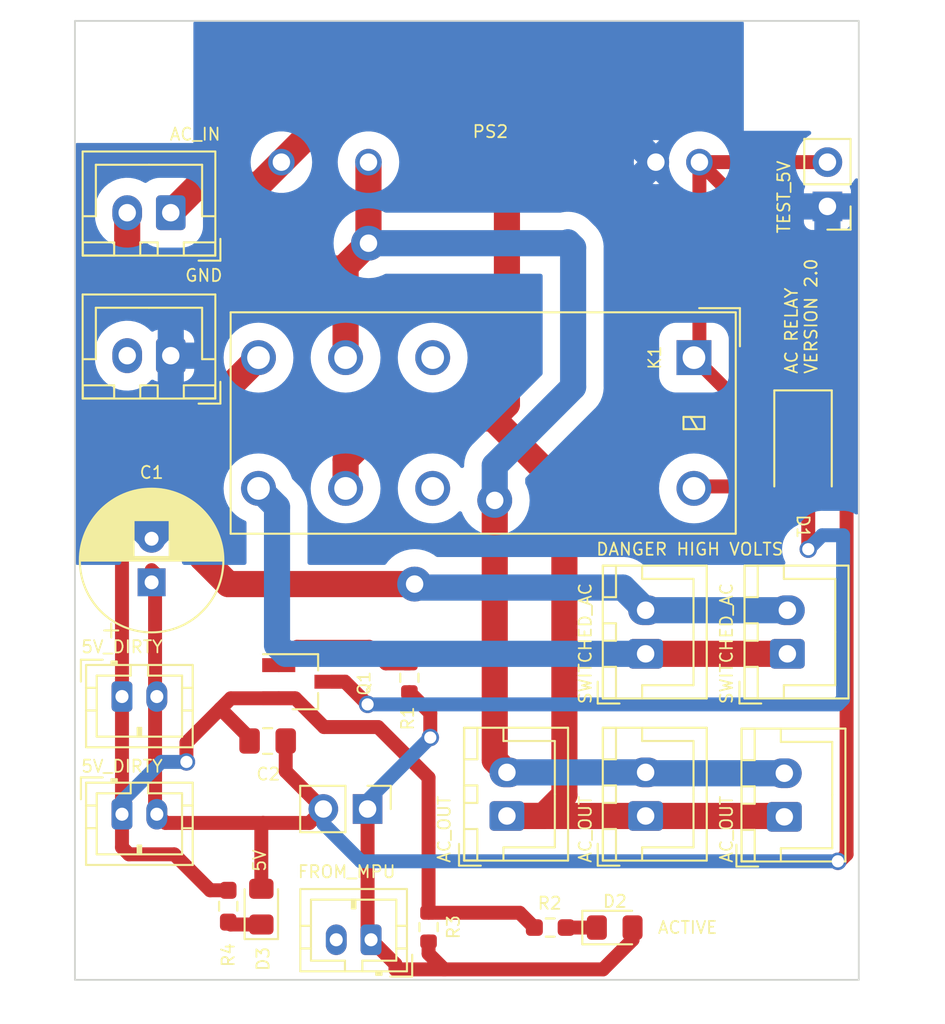
<source format=kicad_pcb>
(kicad_pcb (version 20221018) (generator pcbnew)
  (layers (0 "F.Cu" signal) (31 "B.Cu" signal) (34 "B.Paste" user) (35 "F.Paste" user) (36 "B.SilkS" user "B.Silkscreen") (37 "F.SilkS" user "F.Silkscreen") (38 "B.Mask" user) (39 "F.Mask" user) (44 "Edge.Cuts" user))
  (net 0 "")
  (net 1 "AC1")
  (net 2 "AC2")
  (net 3 "Net-(D3-K)")
  (net 4 "5V")
  (net 5 "Net-(D1-A)")
  (net 6 "Net-(D2-K)")
  (net 7 "ACTIVATE")
  (net 8 "AC1OUT")
  (net 9 "AC2OUT")
  (net 11 "Net-(Q1-B)")
  (net 14 "PGND")
  (footprint "Capacitor_SMD:C_0805_2012Metric_Pad1.18x1.45mm_HandSolder" (layer "F.Cu") (at 152.0625 122.3)
    (fp_text reference "C2" (at 0.0375 1.9 unlocked) (layer "F.SilkS") (effects (font (size 0.7 0.7) (thickness 0.1))))
    (fp_text value "0.1u")
    (pad "1" smd roundrect (at -1.0375 0) (size 1.175 1.45) (layers "F.Cu" "F.Paste" "F.Mask") (roundrect_rratio 0.212766) (net 14 "PGND"))
    (pad "2" smd roundrect (at 1.0375 0) (size 1.175 1.45) (layers "F.Cu" "F.Paste" "F.Mask") (roundrect_rratio 0.212766) (net 4 "5V"))
  )
  (footprint "MountingHole:MountingHole_3.2mm_M3" (layer "F.Cu") (at 183.5 133.5)
    (fp_text reference "H1" hide)
    (fp_text value "MountingHole")
    (pad "" np_thru_hole circle (at 0 0) (size 3.2 3.2) (drill 3.2) (layers "*.Cu" "*.Mask"))
  )
  (footprint "Connector_JST:JST_XH_B2B-XH-A_1x02_P2.50mm_Vertical" (layer "F.Cu") (at 146.5 100.2 180)
    (fp_text reference "J8" hide)
    (fp_text value "Screw_Terminal_01x02")
    (pad "1" thru_hole roundrect (at 0 0 180) (size 1.7 2) (drill 1) (layers "*.Cu" "*.Mask") (roundrect_rratio 0.147059) (net 14 "PGND"))
    (pad "2" thru_hole oval (at 2.5 0 180) (size 1.7 2) (drill 1) (layers "*.Cu" "*.Mask"))
  )
  (footprint "Resistor_SMD:R_0603_1608Metric" (layer "F.Cu") (at 161.3 132.975 -90)
    (fp_text reference "R3" (at 0 -1.43 90 unlocked) (layer "F.SilkS") (effects (font (size 0.7 0.7) (thickness 0.1))))
    (fp_text value "1K")
    (pad "1" smd roundrect (at -0.825 0 270) (size 0.8 0.95) (layers "F.Cu" "F.Paste" "F.Mask") (net 14 "PGND"))
    (pad "2" smd roundrect (at 0.825 0 270) (size 0.8 0.95) (layers "F.Cu" "F.Paste" "F.Mask") (net 7 "ACTIVATE"))
  )
  (footprint "Connector_JST:JST_PH_B2B-PH-K_1x02_P2.00mm_Vertical" (layer "F.Cu") (at 143.7 126.5)
    (fp_text reference "J10" hide)
    (fp_text value "Conn_01x02_Male")
    (pad "1" thru_hole roundrect (at 0 0) (size 1.2 1.75) (drill 0.75) (layers "*.Cu" "*.Mask") (roundrect_rratio 0.208333) (net 14 "PGND"))
    (pad "2" thru_hole oval (at 2 0) (size 1.2 1.75) (drill 0.75) (layers "*.Cu" "*.Mask") (net 4 "5V"))
  )
  (footprint "Connector_JST:JST_XH_B2B-XH-A_1x02_P2.50mm_Vertical" (layer "F.Cu") (at 146.5 92 180)
    (fp_text reference "J6" hide)
    (fp_text value "Screw_Terminal_01x02")
    (pad "1" thru_hole roundrect (at 0 0 180) (size 1.7 2) (drill 1) (layers "*.Cu" "*.Mask") (roundrect_rratio 0.1470588235) (net 1 "AC1"))
    (pad "2" thru_hole oval (at 2.5 0 180) (size 1.7 2) (drill 1) (layers "*.Cu" "*.Mask") (net 2 "AC2"))
  )
  (footprint "Diode_SMD:D_SMA" (layer "F.Cu") (at 182.8 105.7 -90)
    (fp_text reference "D1" (at 4.3 0 -90 unlocked) (layer "F.SilkS") (effects (font (size 0.7 0.7) (thickness 0.1))))
    (fp_text value "1N4001")
    (pad "1" smd roundrect (at -2 0 270) (size 2.5 1.8) (layers "F.Cu" "F.Paste" "F.Mask") (roundrect_rratio 0.1388888889) (net 4 "5V"))
    (pad "2" smd roundrect (at 2 0 270) (size 2.5 1.8) (layers "F.Cu" "F.Paste" "F.Mask") (roundrect_rratio 0.1388888889) (net 5 "Net-(D1-A)"))
  )
  (footprint "Resistor_SMD:R_0603_1608Metric_Pad0.98x0.95mm_HandSolder" (layer "F.Cu") (at 149.8 131.775 90)
    (fp_text reference "R4" (at -2.8 0 90 unlocked) (layer "F.SilkS") (effects (font (size 0.7 0.7) (thickness 0.1))))
    (fp_text value "1K")
    (pad "1" smd roundrect (at -0.9125 0 90) (size 0.975 0.95) (layers "F.Cu" "F.Paste" "F.Mask") (net 3 "Net-(D3-K)"))
    (pad "2" smd roundrect (at 0.9125 0 90) (size 0.975 0.95) (layers "F.Cu" "F.Paste" "F.Mask") (net 14 "PGND"))
  )
  (footprint "MountingHole:MountingHole_3.2mm_M3" (layer "F.Cu") (at 183.5 83.5)
    (fp_text reference "H2" hide)
    (fp_text value "MountingHole")
    (pad "" np_thru_hole circle (at 0 0) (size 3.2 3.2) (drill 3.2) (layers "*.Cu" "*.Mask"))
  )
  (footprint "Connector_JST:JST_XH_B2B-XH-A_1x02_P2.50mm_Vertical" (layer "F.Cu") (at 181.9 117.3 90)
    (fp_text reference "J3" hide)
    (fp_text value "Screw_Terminal_01x02")
    (pad "1" thru_hole roundrect (at 0 0 90) (size 1.7 2) (drill 1) (layers "*.Cu" "*.Mask") (roundrect_rratio 0.1470588235) (net 9 "AC2OUT"))
    (pad "2" thru_hole oval (at 2.5 0 90) (size 1.7 2) (drill 1) (layers "*.Cu" "*.Mask") (net 8 "AC1OUT"))
  )
  (footprint "Connector_JST:JST_PH_B2B-PH-K_1x02_P2.00mm_Vertical" (layer "F.Cu") (at 143.7 119.75)
    (fp_text reference "J4" hide)
    (fp_text value "Conn_01x02_Male")
    (pad "1" thru_hole roundrect (at 0 0) (size 1.2 1.75) (drill 0.75) (layers "*.Cu" "*.Mask") (roundrect_rratio 0.208333) (net 14 "PGND"))
    (pad "2" thru_hole oval (at 2 0) (size 1.2 1.75) (drill 0.75) (layers "*.Cu" "*.Mask") (net 4 "5V"))
  )
  (footprint "MountingHole:MountingHole_3.2mm_M3" (layer "F.Cu") (at 143.5 83.5)
    (fp_text reference "H4" hide)
    (fp_text value "MountingHole")
    (pad "" np_thru_hole circle (at 0 0) (size 3.2 3.2) (drill 3.2) (layers "*.Cu" "*.Mask"))
  )
  (footprint "Diode_SMD:D_0805_2012Metric_Pad1.15x1.40mm_HandSolder" (layer "F.Cu") (at 151.7 131.8 90)
    (fp_text reference "D3" (at -3 0.1 90 unlocked) (layer "F.SilkS") (effects (font (size 0.7 0.7) (thickness 0.1))))
    (fp_text value "BLUE")
    (pad "1" smd roundrect (at -1.025 0 90) (size 1.15 1.4) (layers "F.Cu" "F.Paste" "F.Mask") (roundrect_rratio 0.217391) (net 3 "Net-(D3-K)"))
    (pad "2" smd roundrect (at 1.025 0 90) (size 1.15 1.4) (layers "F.Cu" "F.Paste" "F.Mask") (roundrect_rratio 0.217391) (net 4 "5V"))
  )
  (footprint "Connector_JST:JST_XH_B2B-XH-A_1x02_P2.50mm_Vertical" (layer "F.Cu") (at 181.725 126.65 90)
    (fp_text reference "J5" hide)
    (fp_text value "Screw_Terminal_01x02")
    (pad "1" thru_hole roundrect (at 0 0 90) (size 1.7 2) (drill 1) (layers "*.Cu" "*.Mask") (roundrect_rratio 0.1470588235) (net 1 "AC1"))
    (pad "2" thru_hole oval (at 2.5 0 90) (size 1.7 2) (drill 1) (layers "*.Cu" "*.Mask") (net 2 "AC2"))
  )
  (footprint "Connector_PinHeader_2.54mm:PinHeader_1x02_P2.54mm_Vertical" (layer "F.Cu") (at 157.8 126.2 -90)
    (fp_text reference "J2" hide)
    (fp_text value "Conn_01x02_Male")
    (pad "1" thru_hole rect (at 0 0 270) (size 1.7 1.7) (drill 1) (layers "*.Cu" "*.Mask") (net 7 "ACTIVATE"))
    (pad "2" thru_hole oval (at 0 2.54 270) (size 1.7 1.7) (drill 1) (layers "*.Cu" "*.Mask") (net 4 "5V"))
  )
  (footprint "Package_TO_SOT_SMD:SOT-23_Handsoldering" (layer "F.Cu") (at 154.2 118.9)
    (fp_text reference "Q1" (at 3.4 0.1 90 unlocked) (layer "F.SilkS") (effects (font (size 0.7 0.7) (thickness 0.1))))
    (fp_text value "2SC1945")
    (pad "1" smd rect (at -1.5 -0.95) (size 1.9 0.8) (layers "F.Cu" "F.Paste" "F.Mask") (net 11 "Net-(Q1-B)"))
    (pad "2" smd rect (at -1.5 0.95) (size 1.9 0.8) (layers "F.Cu" "F.Paste" "F.Mask") (net 14 "PGND"))
    (pad "3" smd rect (at 1.5 0) (size 1.9 0.8) (layers "F.Cu" "F.Paste" "F.Mask") (net 5 "Net-(D1-A)"))
  )
  (footprint "Connector_PinHeader_2.54mm:PinHeader_1x02_P2.54mm_Vertical" (layer "F.Cu") (at 184.2 91.64 180)
    (fp_text reference "J12" hide)
    (fp_text value "Conn_01x02_Male")
    (pad "1" thru_hole rect (at 0 0 180) (size 1.7 1.7) (drill 1) (layers "*.Cu" "*.Mask") (net 14 "PGND"))
    (pad "2" thru_hole oval (at 0 2.54 180) (size 1.7 1.7) (drill 1) (layers "*.Cu" "*.Mask") (net 4 "5V"))
  )
  (footprint "Diode_SMD:D_0805_2012Metric_Pad1.15x1.40mm_HandSolder" (layer "F.Cu") (at 171.9875 133)
    (fp_text reference "D2" (at 0.0125 -1.5 unlocked) (layer "F.SilkS") (effects (font (size 0.7 0.7) (thickness 0.1))))
    (fp_text value "YELLOW")
    (pad "1" smd roundrect (at -1.025 0) (size 1.15 1.4) (layers "F.Cu" "F.Paste" "F.Mask") (roundrect_rratio 0.2173913043) (net 6 "Net-(D2-K)"))
    (pad "2" smd roundrect (at 1.025 0) (size 1.15 1.4) (layers "F.Cu" "F.Paste" "F.Mask") (roundrect_rratio 0.2173913043) (net 7 "ACTIVATE"))
  )
  (footprint "Connector_JST:JST_XH_B2B-XH-A_1x02_P2.50mm_Vertical" (layer "F.Cu") (at 165.8 126.6 90)
    (fp_text reference "J9" hide)
    (fp_text value "Screw_Terminal_01x02")
    (pad "1" thru_hole roundrect (at 0 0 90) (size 1.7 2) (drill 1) (layers "*.Cu" "*.Mask") (roundrect_rratio 0.147059) (net 1 "AC1"))
    (pad "2" thru_hole oval (at 2.5 0 90) (size 1.7 2) (drill 1) (layers "*.Cu" "*.Mask") (net 2 "AC2"))
  )
  (footprint "Resistor_SMD:R_0603_1608Metric_Pad0.98x0.95mm_HandSolder" (layer "F.Cu") (at 168.2875 133 180)
    (fp_text reference "R2" (at 0.033891 1.393393 unlocked) (layer "F.SilkS") (effects (font (size 0.7 0.7) (thickness 0.1))))
    (fp_text value "1K")
    (pad "1" smd roundrect (at -0.9125 0 180) (size 0.975 0.95) (layers "F.Cu" "F.Paste" "F.Mask") (net 6 "Net-(D2-K)"))
    (pad "2" smd roundrect (at 0.9125 0 180) (size 0.975 0.95) (layers "F.Cu" "F.Paste" "F.Mask") (net 14 "PGND"))
  )
  (footprint "Connector_JST:JST_XH_B2B-XH-A_1x02_P2.50mm_Vertical" (layer "F.Cu") (at 173.7625 126.6 90)
    (fp_text reference "J7" hide)
    (fp_text value "Screw_Terminal_01x02")
    (pad "1" thru_hole roundrect (at 0 0 90) (size 1.7 2) (drill 1) (layers "*.Cu" "*.Mask") (roundrect_rratio 0.1470588235) (net 1 "AC1"))
    (pad "2" thru_hole oval (at 2.5 0 90) (size 1.7 2) (drill 1) (layers "*.Cu" "*.Mask") (net 2 "AC2"))
  )
  (footprint "Connector_JST:JST_XH_B2B-XH-A_1x02_P2.50mm_Vertical" (layer "F.Cu") (at 173.7625 117.3 90)
    (fp_text reference "J11" hide)
    (fp_text value "Screw_Terminal_01x02")
    (pad "1" thru_hole roundrect (at 0 0 90) (size 1.7 2) (drill 1) (layers "*.Cu" "*.Mask") (roundrect_rratio 0.147059) (net 9 "AC2OUT"))
    (pad "2" thru_hole oval (at 2.5 0 90) (size 1.7 2) (drill 1) (layers "*.Cu" "*.Mask") (net 8 "AC1OUT"))
  )
  (footprint "Connector_JST:JST_PH_B2B-PH-K_1x02_P2.00mm_Vertical" (layer "F.Cu") (at 158 133.7 180)
    (fp_text reference "J1" hide)
    (fp_text value "Conn_01x02_Male")
    (pad "1" thru_hole roundrect (at 0 0 180) (size 1.2 1.75) (drill 0.75) (layers "*.Cu" "*.Mask") (roundrect_rratio 0.2083333333) (net 7 "ACTIVATE"))
    (pad "2" thru_hole oval (at 2 0 180) (size 1.2 1.75) (drill 0.75) (layers "*.Cu" "*.Mask"))
  )
  (footprint "Relay_THT:Relay_DPDT_Omron_G2RL-2" (layer "F.Cu") (at 176.5375 100.3125 -90)
    (fp_text reference "K1" (at 0 2.25 -270 unlocked) (layer "F.SilkS") (effects (font (size 0.7 0.7) (thickness 0.1))))
    (fp_text value "Relay_DPDT")
    (pad "11" thru_hole circle (at 0 20 270) (size 2 2) (drill 1.3) (layers "*.Cu" "*.Mask") (net 2 "AC2"))
    (pad "12" thru_hole circle (at 0 15 270) (size 2 2) (drill 1.3) (layers "*.Cu" "*.Mask"))
    (pad "14" thru_hole circle (at 0 25 270) (size 2 2) (drill 1.3) (layers "*.Cu" "*.Mask") (net 8 "AC1OUT"))
    (pad "21" thru_hole circle (at 7.5 20 270) (size 2 2) (drill 1.3) (layers "*.Cu" "*.Mask") (net 1 "AC1"))
    (pad "22" thru_hole circle (at 7.5 15 270) (size 2 2) (drill 1.3) (layers "*.Cu" "*.Mask"))
    (pad "24" thru_hole circle (at 7.5 25 270) (size 2 2) (drill 1.3) (layers "*.Cu" "*.Mask") (net 9 "AC2OUT"))
    (pad "A1" thru_hole rect (at 0 0 270) (size 2 2) (drill 1.3) (layers "*.Cu" "*.Mask") (net 4 "5V"))
    (pad "A2" thru_hole circle (at 7.5 0 270) (size 2 2) (drill 1.3) (layers "*.Cu" "*.Mask") (net 5 "Net-(D1-A)"))
  )
  (footprint "MountingHole:MountingHole_3.2mm_M3" (layer "F.Cu") (at 143.5 133.5)
    (fp_text reference "H3" hide)
    (fp_text value "MountingHole")
    (pad "" np_thru_hole circle (at 0 0) (size 3.2 3.2) (drill 3.2) (layers "*.Cu" "*.Mask"))
  )
  (footprint "Resistor_SMD:R_0603_1608Metric" (layer "F.Cu") (at 160.2 118.675 90)
    (fp_text reference "R1" (at -2.33 -0.1 90 unlocked) (layer "F.SilkS") (effects (font (size 0.7 0.7) (thickness 0.1))))
    (fp_text value "1K")
    (pad "1" smd roundrect (at -0.825 0 90) (size 0.8 0.95) (layers "F.Cu" "F.Paste" "F.Mask") (net 7 "ACTIVATE"))
    (pad "2" smd roundrect (at 0.825 0 90) (size 0.8 0.95) (layers "F.Cu" "F.Paste" "F.Mask") (net 11 "Net-(Q1-B)"))
  )
  (footprint "Capacitor_THT:CP_Radial_D8.0mm_P2.50mm" (layer "F.Cu") (at 145.4 113.2 90)
    (fp_text reference "C1" (at 6.3 0 unlocked) (layer "F.SilkS") (effects (font (size 0.7 0.7) (thickness 0.1))))
    (fp_text value "C_Polarized")
    (pad "1" thru_hole rect (at 0 0 90) (size 1.6 1.6) (drill 0.8) (layers "*.Cu" "*.Mask") (net 4 "5V"))
    (pad "2" thru_hole circle (at 2.5 0 90) (size 1.6 1.6) (drill 0.8) (layers "*.Cu" "*.Mask") (net 14 "PGND"))
  )
  (footprint "Components:HLK-2M05" (layer "F.Cu") (at 164.850986 89.1)
    (fp_text reference "PS2" (at 0 -1.75 unlocked) (layer "F.SilkS") (effects (font (size 0.7 0.7) (thickness 0.1))))
    (fp_text value "HLK-2M05")
    (pad "1" thru_hole circle (at -12 0) (size 1.524 1.524) (drill 1) (layers "*.Cu" "*.Mask") (net 1 "AC1"))
    (pad "2" thru_hole circle (at -7 0) (size 1.524 1.524) (drill 1) (layers "*.Cu" "*.Mask") (net 2 "AC2"))
    (pad "3" thru_hole circle (at 9.5 0) (size 1.524 1.524) (drill 1) (layers "*.Cu" "*.Mask") (net 14 "PGND"))
    (pad "4" thru_hole circle (at 12 0) (size 1.524 1.524) (drill 1) (layers "*.Cu" "*.Mask") (net 4 "5V"))
  )
  (gr_line (start 141 136) (end 141 81) (stroke (width 0.1)) (layer "Edge.Cuts"))
  (gr_line (start 141 81) (end 186 81) (stroke (width 0.1)) (layer "Edge.Cuts"))
  (gr_line (start 186 81) (end 186 136) (stroke (width 0.1)) (layer "Edge.Cuts"))
  (gr_line (start 186 136) (end 141 136) (stroke (width 0.1)) (layer "Edge.Cuts"))
  (gr_text "AC_OUT" (at 162.2 127.360223 90) (layer "F.SilkS") (effects (font (size 0.7 0.7) (thickness 0.1))))
  (gr_text "SWITCHED_AC" (at 178.406056 116.710223 90) (layer "F.SilkS") (effects (font (size 0.7 0.7) (thickness 0.1))))
  (gr_text "5V_DIRTY\n" (at 143.7 116.9) (layer "F.SilkS") (effects (font (size 0.7 0.7) (thickness 0.1))))
  (gr_text "ACTIVE\n" (at 176.175 133) (layer "F.SilkS") (effects (font (size 0.7 0.7) (thickness 0.1))))
  (gr_text "5V_DIRTY\n" (at 143.7 123.75) (layer "F.SilkS") (effects (font (size 0.7 0.7) (thickness 0.1))))
  (gr_text "5V\n" (at 151.6 129.155702 90) (layer "F.SilkS") (effects (font (size 0.7 0.7) (thickness 0.1))))
  (gr_text "FROM_MPU\n" (at 156.6 129.8) (layer "F.SilkS") (effects (font (size 0.7 0.7) (thickness 0.1))))
  (gr_text "AC_OUT" (at 178.406056 127.360223 90) (layer "F.SilkS") (effects (font (size 0.7 0.7) (thickness 0.1))))
  (gr_text "DANGER HIGH VOLTS" (at 176.3 111.3) (layer "F.SilkS") (effects (font (size 0.7 0.7) (thickness 0.1))))
  (gr_text "GND\n" (at 148.4 95.6) (layer "F.SilkS") (effects (font (size 0.7 0.7) (thickness 0.1))))
  (gr_text "AC_OUT" (at 170.3 127.360223 90) (layer "F.SilkS") (effects (font (size 0.7 0.7) (thickness 0.1))))
  (gr_text "SWITCHED_AC" (at 170.3 116.710223 90) (layer "F.SilkS") (effects (font (size 0.7 0.7) (thickness 0.1))))
  (gr_text "AC RELAY \nVERSION 2.0" (at 182.7 101.3 90) (layer "F.SilkS") (effects (font (size 0.7 0.7) (thickness 0.1)) (justify left)))
  (gr_text "AC_IN" (at 147.9 87.5) (layer "F.SilkS") (effects (font (size 0.7 0.7) (thickness 0.1))))
  (gr_text "TEST_5V" (at 181.7 91.1 90) (layer "F.SilkS") (effects (font (size 0.7 0.7) (thickness 0.1))))
  (segment (start 173.7625 126.6) (end 181.675 126.6) (width 1.5) (layer "F.Cu") (net 1))
  (segment (start 169.1 125.4) (end 169.1 107.9) (width 1.5) (layer "F.Cu") (net 1))
  (segment (start 161.8 84.6) (end 157.350986 84.6) (width 1.5) (layer "F.Cu") (net 1))
  (segment (start 156.5375 107.8125) (end 156.5375 106.1625) (width 1.5) (layer "F.Cu") (net 1))
  (segment (start 165 103.8) (end 165.8 103) (width 1.5) (layer "F.Cu") (net 1))
  (segment (start 158.9 103.8) (end 165 103.8) (width 1.5) (layer "F.Cu") (net 1))
  (segment (start 165.8 126.6) (end 173.7625 126.6) (width 1.5) (layer "F.Cu") (net 1))
  (segment (start 167.9 126.6) (end 169.1 125.4) (width 1.5) (layer "F.Cu") (net 1))
  (segment (start 148.1 90.4) (end 151.550986 90.4) (width 1.5) (layer "F.Cu") (net 1))
  (segment (start 156.5375 106.1625) (end 158.9 103.8) (width 1.5) (layer "F.Cu") (net 1))
  (segment (start 146.5 92) (end 148.1 90.4) (width 1.5) (layer "F.Cu") (net 1))
  (segment (start 165.8 126.6) (end 167.9 126.6) (width 1.5) (layer "F.Cu") (net 1))
  (segment (start 165.8 88.6) (end 161.8 84.6) (width 1.5) (layer "F.Cu") (net 1))
  (segment (start 157.350986 84.6) (end 152.850986 89.1) (width 1.5) (layer "F.Cu") (net 1))
  (segment (start 151.550986 90.4) (end 152.850986 89.1) (width 1.5) (layer "F.Cu") (net 1))
  (segment (start 165.8 103) (end 165.8 88.6) (width 1.5) (layer "F.Cu") (net 1))
  (segment (start 169.1 107.9) (end 165 103.8) (width 1.5) (layer "F.Cu") (net 1))
  (segment (start 156.5375 95.3375) (end 156.5375 100.3125) (width 1.5) (layer "F.Cu") (net 2))
  (segment (start 165.8 124.1) (end 165.1 123.4) (width 1.5) (layer "F.Cu") (net 2))
  (segment (start 156.4 95.2) (end 156.5375 95.3375) (width 1.5) (layer "F.Cu") (net 2))
  (segment (start 157.850986 93.749014) (end 157.850986 89.1) (width 1.5) (layer "F.Cu") (net 2))
  (segment (start 165.1 123.4) (end 165.1 108.5) (width 1.5) (layer "F.Cu") (net 2))
  (segment (start 144 94) (end 145.2 95.2) (width 1.5) (layer "F.Cu") (net 2))
  (segment (start 144 92) (end 144 94) (width 1.5) (layer "F.Cu") (net 2))
  (segment (start 145.2 95.2) (end 156.4 95.2) (width 1.5) (layer "F.Cu") (net 2))
  (segment (start 156.4 95.2) (end 157.850986 93.749014) (width 1.5) (layer "F.Cu") (net 2))
  (via (at 157.850986 93.749014) (size 2) (drill 1) (layers "F.Cu" "B.Cu") (net 2))
  (via (at 165.1 108.5) (size 2) (drill 1) (layers "F.Cu" "B.Cu") (net 2))
  (segment (start 169.3 93.7) (end 169.250986 93.749014) (width 1.5) (layer "B.Cu") (net 2))
  (segment (start 173.7625 124.1) (end 165.8 124.1) (width 1.5) (layer "B.Cu") (net 2))
  (segment (start 169.6 94) (end 169.3 93.7) (width 1.5) (layer "B.Cu") (net 2))
  (segment (start 165.1 108.5) (end 165.1 106.5) (width 1.5) (layer "B.Cu") (net 2))
  (segment (start 181.725 124.15) (end 173.8125 124.15) (width 1.5) (layer "B.Cu") (net 2))
  (segment (start 169.250986 93.749014) (end 157.850986 93.749014) (width 1.5) (layer "B.Cu") (net 2))
  (segment (start 169.6 102) (end 169.6 94) (width 1.5) (layer "B.Cu") (net 2))
  (segment (start 165.1 106.5) (end 169.6 102) (width 1.5) (layer "B.Cu") (net 2))
  (segment (start 151.7 132.825) (end 149.9375 132.825) (width 0.8) (layer "F.Cu") (net 3))
  (segment (start 149.9375 132.825) (end 149.8 132.6875) (width 0.8) (layer "F.Cu") (net 3))
  (segment (start 145.6 126.4) (end 146.2 127) (width 0.8) (layer "F.Cu") (net 4))
  (segment (start 176.850986 89.1) (end 184.2 89.1) (width 0.8) (layer "F.Cu") (net 4))
  (segment (start 176.850986 89.1) (end 185.3 97.549014) (width 0.8) (layer "F.Cu") (net 4))
  (segment (start 153.1 122.3) (end 153.1 124.04) (width 0.8) (layer "F.Cu") (net 4))
  (segment (start 153.1 124.04) (end 155.26 126.2) (width 0.8) (layer "F.Cu") (net 4))
  (segment (start 151.7 130.775) (end 151.7 127.1) (width 0.8) (layer "F.Cu") (net 4))
  (segment (start 146.2 127) (end 151.8 127) (width 0.8) (layer "F.Cu") (net 4))
  (segment (start 176.850986 89.1) (end 176.850986 99.999014) (width 0.8) (layer "F.Cu") (net 4))
  (segment (start 184.9 129.2) (end 184.8 129.2) (width 0.8) (layer "F.Cu") (net 4))
  (segment (start 145.6 112.7) (end 145.6 126.4) (width 0.8) (layer "F.Cu") (net 4))
  (segment (start 151.8 127) (end 154.46 127) (width 0.8) (layer "F.Cu") (net 4))
  (segment (start 145.4 112.5) (end 145.6 112.7) (width 0.8) (layer "F.Cu") (net 4))
  (segment (start 151.7 127.1) (end 151.8 127) (width 0.8) (layer "F.Cu") (net 4))
  (segment (start 182.8 103.7) (end 179.925 103.7) (width 0.8) (layer "F.Cu") (net 4))
  (segment (start 179.925 103.7) (end 176.5375 100.3125) (width 0.8) (layer "F.Cu") (net 4))
  (segment (start 185.3 97.549014) (end 185.3 128.8) (width 0.8) (layer "F.Cu") (net 4))
  (segment (start 154.46 127) (end 155.26 126.2) (width 0.8) (layer "F.Cu") (net 4))
  (segment (start 185.3 128.8) (end 184.9 129.2) (width 0.8) (layer "F.Cu") (net 4))
  (via (at 184.8 129.2) (size 1) (drill 0.7) (layers "F.Cu" "B.Cu") (net 4))
  (segment (start 157.414656 129.2) (end 155.26 127.045344) (width 0.8) (layer "B.Cu") (net 4))
  (segment (start 155.26 127.045344) (end 155.26 126.2) (width 0.8) (layer "B.Cu") (net 4))
  (segment (start 184.8 129.2) (end 157.414656 129.2) (width 0.8) (layer "B.Cu") (net 4))
  (segment (start 182.8 107.7) (end 176.65 107.7) (width 0.8) (layer "F.Cu") (net 5))
  (segment (start 155.7 118.9) (end 156.5 118.9) (width 0.8) (layer "F.Cu") (net 5))
  (segment (start 183.1 111.3) (end 183.1 108) (width 0.8) (layer "F.Cu") (net 5))
  (segment (start 156.5 118.9) (end 157.8 120.2) (width 0.8) (layer "F.Cu") (net 5))
  (via (at 157.8 120.2) (size 1) (drill 0.7) (layers "F.Cu" "B.Cu") (net 5))
  (via (at 183.1 111.3) (size 1) (drill 0.7) (layers "F.Cu" "B.Cu") (net 5))
  (segment (start 184.8 120.2) (end 185.1 119.9) (width 0.8) (layer "B.Cu") (net 5))
  (segment (start 185.1 119.9) (end 185.1 110.5) (width 0.8) (layer "B.Cu") (net 5))
  (segment (start 157.8 120.2) (end 184.8 120.2) (width 0.8) (layer "B.Cu") (net 5))
  (segment (start 183.9 110.5) (end 183.1 111.3) (width 0.8) (layer "B.Cu") (net 5))
  (segment (start 185.1 110.5) (end 183.9 110.5) (width 0.8) (layer "B.Cu") (net 5))
  (segment (start 170.9625 133) (end 169.2 133) (width 0.8) (layer "F.Cu") (net 6))
  (segment (start 161.4 120.7) (end 160.2 119.5) (width 0.8) (layer "F.Cu") (net 7))
  (segment (start 159.4 135.4) (end 159.4 135.1) (width 0.8) (layer "F.Cu") (net 7))
  (segment (start 161.3 133.8) (end 161.3 134.5) (width 0.8) (layer "F.Cu") (net 7))
  (segment (start 173.0125 133.7) (end 171.3125 135.4) (width 0.8) (layer "F.Cu") (net 7))
  (segment (start 161.4 122.1) (end 161.4 120.7) (width 0.8) (layer "F.Cu") (net 7))
  (segment (start 157.8 126.2) (end 157.8 133.5) (width 0.8) (layer "F.Cu") (net 7))
  (segment (start 161.3 134.5) (end 162.2 135.4) (width 0.8) (layer "F.Cu") (net 7))
  (segment (start 162.2 135.4) (end 159.4 135.4) (width 0.8) (layer "F.Cu") (net 7))
  (segment (start 159.4 135.1) (end 158 133.7) (width 0.8) (layer "F.Cu") (net 7))
  (segment (start 173.0125 133) (end 173.0125 133.7) (width 0.8) (layer "F.Cu") (net 7))
  (segment (start 171.3125 135.4) (end 162.2 135.4) (width 0.8) (layer "F.Cu") (net 7))
  (via (at 161.4 122.1) (size 1) (drill 0.7) (layers "F.Cu" "B.Cu") (net 7))
  (segment (start 157.8 126.2) (end 157.8 125.7) (width 0.8) (layer "B.Cu") (net 7))
  (segment (start 157.8 125.7) (end 161.4 122.1) (width 0.8) (layer "B.Cu") (net 7))
  (segment (start 149.8 113.3) (end 160.5 113.3) (width 1.5) (layer "F.Cu") (net 8))
  (segment (start 148.3 103.55) (end 148.3 111.8) (width 1.5) (layer "F.Cu") (net 8))
  (segment (start 151.5375 100.3125) (end 148.3 103.55) (width 1.5) (layer "F.Cu") (net 8))
  (segment (start 148.3 111.8) (end 149.8 113.3) (width 1.5) (layer "F.Cu") (net 8))
  (via (at 160.5 113.3) (size 2) (drill 1) (layers "F.Cu" "B.Cu") (net 8))
  (segment (start 173.7625 114.8) (end 181.9 114.8) (width 1.5) (layer "B.Cu") (net 8))
  (segment (start 172.4625 113.5) (end 160.7 113.5) (width 1.5) (layer "B.Cu") (net 8))
  (segment (start 160.7 113.5) (end 160.5 113.3) (width 1.5) (layer "B.Cu") (net 8))
  (segment (start 173.7625 114.8) (end 172.4625 113.5) (width 1.5) (layer "B.Cu") (net 8))
  (segment (start 181.9 117.3) (end 173.7625 117.3) (width 1.5) (layer "F.Cu") (net 9))
  (segment (start 153.1 117.3) (end 152.6 116.8) (width 1.5) (layer "B.Cu") (net 9))
  (segment (start 173.7625 117.3) (end 153.1 117.3) (width 1.5) (layer "B.Cu") (net 9))
  (segment (start 152.6 116.8) (end 152.6 108.875) (width 1.5) (layer "B.Cu") (net 9))
  (segment (start 152.6 108.875) (end 151.5375 107.8125) (width 1.5) (layer "B.Cu") (net 9))
  (segment (start 160.2 117.85) (end 158.85 117.85) (width 0.8) (layer "F.Cu") (net 11))
  (segment (start 157.9 116.9) (end 153.75 116.9) (width 0.8) (layer "F.Cu") (net 11))
  (segment (start 158.85 117.85) (end 157.9 116.9) (width 0.8) (layer "F.Cu") (net 11))
  (segment (start 153.75 116.9) (end 152.7 117.95) (width 0.8) (layer "F.Cu") (net 11))
  (segment (start 151.025 122.125) (end 149.35 120.45) (width 0.8) (layer "F.Cu") (net 14))
  (segment (start 146.7 128.8) (end 144.1 128.8) (width 0.8) (layer "F.Cu") (net 14))
  (segment (start 147.4 122.4) (end 147.4 123.5) (width 0.8) (layer "F.Cu") (net 14))
  (segment (start 149.35 120.45) (end 147.4 122.4) (width 0.8) (layer "F.Cu") (net 14))
  (segment (start 166.525 132.15) (end 167.375 133) (width 0.8) (layer "F.Cu") (net 14))
  (segment (start 153.65 119.85) (end 152.7 119.85) (width 0.8) (layer "F.Cu") (net 14))
  (segment (start 148.7625 130.8625) (end 146.7 128.8) (width 0.8) (layer "F.Cu") (net 14))
  (segment (start 149.8 130.8625) (end 148.7625 130.8625) (width 0.8) (layer "F.Cu") (net 14))
  (segment (start 144.1 128.8) (end 143.7 128.4) (width 0.8) (layer "F.Cu") (net 14))
  (segment (start 144.5 110) (end 143.7 110.8) (width 0.8) (layer "F.Cu") (net 14))
  (segment (start 143.7 110.8) (end 143.7 125.75) (width 0.8) (layer "F.Cu") (net 14))
  (segment (start 149.95 119.85) (end 149.35 120.45) (width 0.8) (layer "F.Cu") (net 14))
  (segment (start 145.4 110) (end 144.5 110) (width 0.8) (layer "F.Cu") (net 14))
  (segment (start 143.7 128.4) (end 143.7 126.5) (width 0.8) (layer "F.Cu") (net 14))
  (segment (start 155.3 121.5) (end 153.65 119.85) (width 0.8) (layer "F.Cu") (net 14))
  (segment (start 158.4 121.5) (end 155.3 121.5) (width 0.8) (layer "F.Cu") (net 14))
  (segment (start 161.3 132.15) (end 166.525 132.15) (width 0.8) (layer "F.Cu") (net 14))
  (segment (start 161.3 132.15) (end 161.3 124.4) (width 0.8) (layer "F.Cu") (net 14))
  (segment (start 152.7 119.85) (end 149.95 119.85) (width 0.8) (layer "F.Cu") (net 14))
  (segment (start 161.3 124.4) (end 158.4 121.5) (width 0.8) (layer "F.Cu") (net 14))
  (via (at 147.4 123.5) (size 1) (drill 0.7) (layers "F.Cu" "B.Cu") (net 14))
  (segment (start 143.7 125.75) (end 145.95 123.5) (width 0.8) (layer "B.Cu") (net 14))
  (segment (start 145.95 123.5) (end 147.4 123.5) (width 0.8) (layer "B.Cu") (net 14))
  (zone (net 14) (net_name "PGND") (layer "B.Cu") (connect_pads (clearance 1)) (min_thickness 0.25) (fill yes (thermal_gap 0.5) (thermal_bridge_width 1.5))
    (polygon (pts (xy 179.4 79.8) (xy 179.4 87.3) (xy 187 87.3) (xy 187 111) (xy 185.8 112.2) (xy 139.8 112.2) (xy 139.8 88) (xy 147.8 88) (xy 147.8 79.9) (xy 147.7 79.9) (xy 147.8 79.8)))
  )
)
</source>
